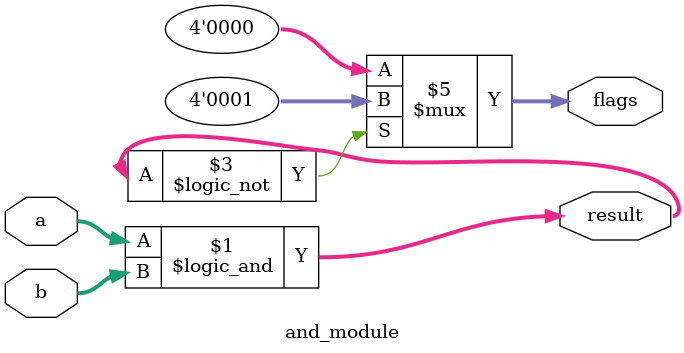
<source format=sv>
module and_module #(parameter N=4)(
	input logic [N-1:0] a,
	input logic [N-1:0] b,
	output logic [N-1:0] result,
	output logic [N-1:0] flags
);

	assign result = a && b;
	always @(result)
	begin
		if(result == 4'b0000)
			flags=4'b0001;
		else
			flags=4'b0000;
	
	end
endmodule
</source>
